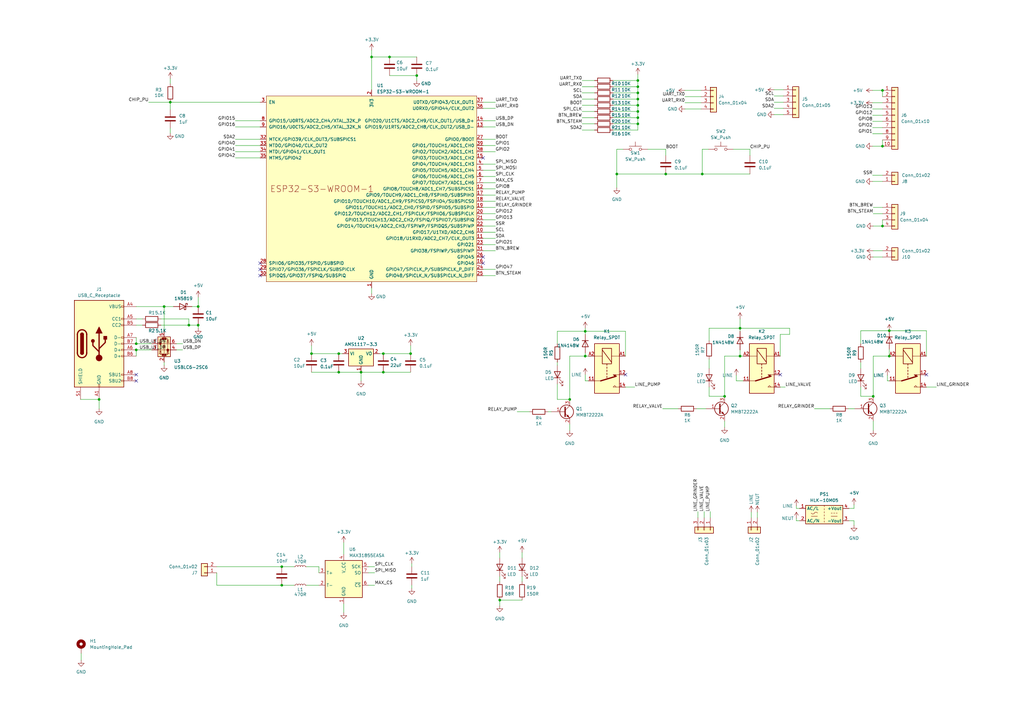
<source format=kicad_sch>
(kicad_sch (version 20231120) (generator "eeschema") (generator_version "8.0")
  (paper "A3")
  (title_block (title "GaggiMate Controller PCB") (date "2024-11-24") (rev "1.0"))
  (junction (at 361.95 92.71))
  (junction (at 261.62 50.8))
  (junction (at 303.53 134.62))
  (junction (at 157.226 152.654))
  (junction (at 273.05 71.374))
  (junction (at 261.62 35.56))
  (junction (at 67.31 125.73))
  (junction (at 261.62 45.72))
  (junction (at 361.95 59.944))
  (junction (at 115.57 240.03))
  (junction (at 168.402 145.034))
  (junction (at 364.744 135.636))
  (junction (at 297.18 162.56))
  (junction (at 261.62 38.1))
  (junction (at 303.53 146.05))
  (junction (at 358.14 162.56))
  (junction (at 252.984 71.374))
  (junction (at 361.95 37.084))
  (junction (at 261.62 48.26))
  (junction (at 55.88 140.97))
  (junction (at 152.4 23.368))
  (junction (at 157.226 145.034))
  (junction (at 69.85 41.91))
  (junction (at 204.978 246.126))
  (junction (at 261.62 33.02))
  (junction (at 159.766 23.368))
  (junction (at 138.938 152.654))
  (junction (at 115.57 232.41))
  (junction (at 148.082 152.654))
  (junction (at 288.036 71.374))
  (junction (at 170.942 30.988))
  (junction (at 81.28 125.73))
  (junction (at 127.762 145.034))
  (junction (at 77.47 133.35))
  (junction (at 240.03 146.05))
  (junction (at 55.88 143.51))
  (junction (at 261.62 43.18))
  (junction (at 138.938 145.034))
  (junction (at 233.68 163.83))
  (junction (at 364.744 146.05))
  (junction (at 240.03 135.89))
  (junction (at 261.62 40.64))
  (junction (at 81.28 133.35))
  (junction (at 40.64 163.83))
  (no_connect (at 198.12 64.77))
  (no_connect (at 106.68 113.03))
  (no_connect (at 379.984 153.67))
  (no_connect (at 55.88 156.21))
  (no_connect (at 256.54 153.67))
  (no_connect (at 198.12 107.95))
  (no_connect (at 198.12 105.41))
  (no_connect (at 55.88 153.67))
  (no_connect (at 106.68 110.49))
  (no_connect (at 320.04 153.67))
  (no_connect (at 106.68 107.95))
  (wire (pts (xy 261.62 48.26) (xy 261.62 45.72)))
  (wire (pts (xy 379.984 146.05) (xy 379.984 135.636)))
  (wire (pts (xy 96.52 62.23) (xy 106.68 62.23)))
  (wire (pts (xy 228.6 135.89) (xy 228.6 140.97)))
  (wire (pts (xy 358.14 146.05) (xy 364.744 146.05)))
  (wire (pts (xy 198.12 41.91) (xy 203.2 41.91)))
  (wire (pts (xy 361.95 57.404) (xy 361.95 59.944)))
  (wire (pts (xy 228.6 148.59) (xy 228.6 149.86)))
  (wire (pts (xy 320.04 137.16) (xy 320.04 146.05)))
  (wire (pts (xy 204.978 226.568) (xy 204.978 228.854)))
  (wire (pts (xy 273.05 63.754) (xy 273.05 61.214)))
  (wire (pts (xy 358.14 172.72) (xy 358.14 176.53)))
  (wire (pts (xy 198.12 113.03) (xy 203.2 113.03)))
  (wire (pts (xy 261.62 33.02) (xy 261.62 35.56)))
  (wire (pts (xy 240.03 134.62) (xy 240.03 135.89)))
  (wire (pts (xy 127.762 152.654) (xy 138.938 152.654)))
  (wire (pts (xy 353.06 140.97) (xy 353.06 135.636)))
  (wire (pts (xy 198.12 82.55) (xy 203.2 82.55)))
  (wire (pts (xy 261.62 50.8) (xy 261.62 48.26)))
  (wire (pts (xy 323.85 137.16) (xy 320.04 137.16)))
  (wire (pts (xy 317.5 46.99) (xy 321.31 46.99)))
  (wire (pts (xy 303.53 146.05) (xy 304.8 146.05)))
  (wire (pts (xy 151.13 234.95) (xy 153.67 234.95)))
  (wire (pts (xy 297.18 146.05) (xy 303.53 146.05)))
  (wire (pts (xy 363.982 156.21) (xy 364.744 156.21)))
  (wire (pts (xy 251.46 45.72) (xy 261.62 45.72)))
  (wire (pts (xy 198.12 49.53) (xy 203.2 49.53)))
  (wire (pts (xy 40.64 163.83) (xy 40.64 167.64)))
  (wire (pts (xy 157.226 145.034) (xy 168.402 145.034)))
  (wire (pts (xy 228.6 163.83) (xy 233.68 163.83)))
  (wire (pts (xy 130.81 232.41) (xy 130.81 234.95)))
  (wire (pts (xy 350.266 213.614) (xy 350.266 215.392)))
  (wire (pts (xy 198.12 62.23) (xy 203.2 62.23)))
  (wire (pts (xy 261.62 40.64) (xy 261.62 43.18)))
  (wire (pts (xy 69.85 52.578) (xy 69.85 54.61)))
  (wire (pts (xy 152.4 20.574) (xy 152.4 23.368)))
  (wire (pts (xy 288.798 209.804) (xy 288.798 212.344)))
  (wire (pts (xy 350.266 208.534) (xy 350.266 207.01)))
  (wire (pts (xy 261.62 45.72) (xy 261.62 43.18)))
  (wire (pts (xy 66.04 130.81) (xy 77.47 130.81)))
  (wire (pts (xy 96.52 59.69) (xy 106.68 59.69)))
  (wire (pts (xy 256.54 135.89) (xy 256.54 146.05)))
  (wire (pts (xy 240.03 153.67) (xy 240.03 156.21)))
  (wire (pts (xy 353.06 162.56) (xy 358.14 162.56)))
  (wire (pts (xy 198.12 95.25) (xy 203.2 95.25)))
  (wire (pts (xy 151.13 240.03) (xy 153.67 240.03)))
  (wire (pts (xy 168.402 145.034) (xy 168.402 141.732)))
  (wire (pts (xy 127.762 141.732) (xy 127.762 145.034)))
  (wire (pts (xy 233.68 163.83) (xy 233.68 146.05)))
  (wire (pts (xy 240.03 144.78) (xy 240.03 146.05)))
  (wire (pts (xy 69.85 32.258) (xy 69.85 34.29)))
  (wire (pts (xy 290.83 162.56) (xy 297.18 162.56)))
  (wire (pts (xy 348.234 208.534) (xy 350.266 208.534)))
  (wire (pts (xy 81.28 133.35) (xy 77.47 133.35)))
  (wire (pts (xy 303.53 134.62) (xy 323.85 134.62)))
  (wire (pts (xy 198.12 87.63) (xy 203.2 87.63)))
  (wire (pts (xy 81.28 125.73) (xy 81.28 121.92)))
  (wire (pts (xy 159.766 30.988) (xy 170.942 30.988)))
  (wire (pts (xy 140.97 247.65) (xy 140.97 251.206)))
  (wire (pts (xy 302.006 156.21) (xy 304.8 156.21)))
  (wire (pts (xy 310.642 210.058) (xy 310.642 212.344)))
  (wire (pts (xy 357.886 42.164) (xy 361.95 42.164)))
  (wire (pts (xy 357.886 54.864) (xy 361.95 54.864)))
  (wire (pts (xy 288.036 61.214) (xy 290.576 61.214)))
  (wire (pts (xy 291.338 209.804) (xy 291.338 212.344)))
  (wire (pts (xy 212.09 168.91) (xy 217.17 168.91)))
  (wire (pts (xy 364.744 143.256) (xy 364.744 146.05)))
  (wire (pts (xy 88.9 232.41) (xy 115.57 232.41)))
  (wire (pts (xy 96.52 64.77) (xy 106.68 64.77)))
  (wire (pts (xy 323.85 137.16) (xy 323.85 134.62)))
  (wire (pts (xy 280.924 42.164) (xy 287.528 42.164)))
  (wire (pts (xy 353.06 162.56) (xy 353.06 158.75)))
  (wire (pts (xy 288.036 61.214) (xy 288.036 71.374)))
  (wire (pts (xy 317.5 41.91) (xy 321.31 41.91)))
  (wire (pts (xy 353.06 148.59) (xy 353.06 151.13)))
  (wire (pts (xy 357.886 71.882) (xy 361.95 71.882)))
  (wire (pts (xy 358.14 162.56) (xy 358.14 146.05)))
  (wire (pts (xy 303.53 134.62) (xy 303.53 135.89)))
  (wire (pts (xy 357.886 44.704) (xy 361.95 44.704)))
  (wire (pts (xy 138.938 145.034) (xy 140.462 145.034)))
  (wire (pts (xy 361.95 37.084) (xy 361.95 39.624)))
  (wire (pts (xy 379.984 158.75) (xy 384.048 158.75)))
  (wire (pts (xy 288.036 71.374) (xy 273.05 71.374)))
  (wire (pts (xy 357.886 37.084) (xy 361.95 37.084)))
  (wire (pts (xy 152.4 118.11) (xy 152.4 120.396)))
  (wire (pts (xy 198.12 69.85) (xy 203.2 69.85)))
  (wire (pts (xy 240.03 135.89) (xy 256.54 135.89)))
  (wire (pts (xy 358.14 92.71) (xy 361.95 92.71)))
  (wire (pts (xy 198.12 80.01) (xy 203.2 80.01)))
  (wire (pts (xy 55.88 140.97) (xy 62.23 140.97)))
  (wire (pts (xy 198.12 97.79) (xy 203.2 97.79)))
  (wire (pts (xy 159.766 23.368) (xy 170.942 23.368)))
  (wire (pts (xy 361.95 90.17) (xy 361.95 92.71)))
  (wire (pts (xy 358.14 85.09) (xy 361.95 85.09)))
  (wire (pts (xy 170.942 33.02) (xy 170.942 30.988)))
  (wire (pts (xy 326.644 212.598) (xy 326.644 213.614)))
  (wire (pts (xy 168.91 240.03) (xy 168.91 241.3)))
  (wire (pts (xy 155.702 145.034) (xy 157.226 145.034)))
  (wire (pts (xy 256.54 158.75) (xy 260.35 158.75)))
  (wire (pts (xy 96.52 57.15) (xy 106.68 57.15)))
  (wire (pts (xy 233.68 173.99) (xy 233.68 176.53)))
  (wire (pts (xy 228.6 135.89) (xy 240.03 135.89)))
  (wire (pts (xy 280.924 37.084) (xy 287.528 37.084)))
  (wire (pts (xy 290.83 147.32) (xy 290.83 151.13)))
  (wire (pts (xy 198.12 52.07) (xy 203.2 52.07)))
  (wire (pts (xy 357.886 47.244) (xy 361.95 47.244)))
  (wire (pts (xy 60.96 41.91) (xy 69.85 41.91)))
  (wire (pts (xy 317.5 39.37) (xy 321.31 39.37)))
  (wire (pts (xy 251.46 50.8) (xy 261.62 50.8)))
  (wire (pts (xy 238.76 53.34) (xy 243.84 53.34)))
  (wire (pts (xy 198.12 57.15) (xy 203.2 57.15)))
  (wire (pts (xy 204.978 246.126) (xy 214.122 246.126)))
  (wire (pts (xy 67.31 125.73) (xy 67.31 135.89)))
  (wire (pts (xy 224.79 168.91) (xy 226.06 168.91)))
  (wire (pts (xy 69.85 41.91) (xy 69.85 44.958)))
  (wire (pts (xy 297.18 172.72) (xy 297.18 175.26)))
  (wire (pts (xy 72.39 140.97) (xy 74.93 140.97)))
  (wire (pts (xy 198.12 72.39) (xy 203.2 72.39)))
  (wire (pts (xy 307.594 71.374) (xy 288.036 71.374)))
  (wire (pts (xy 280.924 44.704) (xy 287.528 44.704)))
  (wire (pts (xy 290.83 158.75) (xy 290.83 162.56)))
  (wire (pts (xy 252.984 71.374) (xy 252.984 76.962)))
  (wire (pts (xy 240.03 135.89) (xy 240.03 137.16)))
  (wire (pts (xy 251.46 53.34) (xy 261.62 53.34)))
  (wire (pts (xy 238.76 40.64) (xy 243.84 40.64)))
  (wire (pts (xy 303.53 130.81) (xy 303.53 134.62)))
  (wire (pts (xy 347.98 167.64) (xy 350.52 167.64)))
  (wire (pts (xy 198.12 77.47) (xy 203.2 77.47)))
  (wire (pts (xy 251.46 35.56) (xy 261.62 35.56)))
  (wire (pts (xy 148.082 152.654) (xy 157.226 152.654)))
  (wire (pts (xy 198.12 44.45) (xy 203.2 44.45)))
  (wire (pts (xy 214.122 236.474) (xy 214.122 238.506)))
  (wire (pts (xy 198.12 102.87) (xy 203.2 102.87)))
  (wire (pts (xy 271.78 167.64) (xy 278.13 167.64)))
  (wire (pts (xy 168.91 231.14) (xy 168.91 232.41)))
  (wire (pts (xy 67.31 148.59) (xy 67.31 149.86)))
  (wire (pts (xy 55.88 143.51) (xy 55.88 146.05)))
  (wire (pts (xy 198.12 110.49) (xy 203.2 110.49)))
  (wire (pts (xy 357.886 59.944) (xy 361.95 59.944)))
  (wire (pts (xy 300.736 61.214) (xy 307.594 61.214)))
  (wire (pts (xy 357.886 49.784) (xy 361.95 49.784)))
  (wire (pts (xy 55.88 138.43) (xy 55.88 140.97)))
  (wire (pts (xy 358.14 87.63) (xy 361.95 87.63)))
  (wire (pts (xy 308.102 210.058) (xy 308.102 212.344)))
  (wire (pts (xy 228.6 157.48) (xy 228.6 163.83)))
  (wire (pts (xy 238.76 48.26) (xy 243.84 48.26)))
  (wire (pts (xy 363.982 153.924) (xy 363.982 156.21)))
  (wire (pts (xy 69.85 41.91) (xy 106.68 41.91)))
  (wire (pts (xy 320.04 158.75) (xy 322.072 158.75)))
  (wire (pts (xy 251.46 48.26) (xy 261.62 48.26)))
  (wire (pts (xy 198.12 67.31) (xy 203.2 67.31)))
  (wire (pts (xy 157.226 152.654) (xy 168.402 152.654)))
  (wire (pts (xy 317.5 44.45) (xy 321.31 44.45)))
  (wire (pts (xy 125.73 232.41) (xy 130.81 232.41)))
  (wire (pts (xy 66.04 133.35) (xy 77.47 133.35)))
  (wire (pts (xy 140.97 222.504) (xy 140.97 227.33)))
  (wire (pts (xy 77.47 130.81) (xy 77.47 133.35)))
  (wire (pts (xy 302.006 153.924) (xy 302.006 156.21)))
  (wire (pts (xy 238.76 33.02) (xy 243.84 33.02)))
  (wire (pts (xy 238.76 43.18) (xy 243.84 43.18)))
  (wire (pts (xy 55.88 143.51) (xy 62.23 143.51)))
  (wire (pts (xy 115.57 232.41) (xy 120.65 232.41)))
  (wire (pts (xy 138.938 152.654) (xy 148.082 152.654)))
  (wire (pts (xy 251.46 38.1) (xy 261.62 38.1)))
  (wire (pts (xy 67.31 125.73) (xy 71.12 125.73)))
  (wire (pts (xy 78.74 125.73) (xy 81.28 125.73)))
  (wire (pts (xy 334.01 167.64) (xy 340.36 167.64)))
  (wire (pts (xy 357.886 74.422) (xy 361.95 74.422)))
  (wire (pts (xy 55.88 125.73) (xy 67.31 125.73)))
  (wire (pts (xy 198.12 85.09) (xy 203.2 85.09)))
  (wire (pts (xy 204.978 236.474) (xy 204.978 238.506)))
  (wire (pts (xy 286.258 209.804) (xy 286.258 212.344)))
  (wire (pts (xy 115.57 240.03) (xy 120.65 240.03)))
  (wire (pts (xy 214.122 226.568) (xy 214.122 228.854)))
  (wire (pts (xy 238.76 50.8) (xy 243.84 50.8)))
  (wire (pts (xy 326.644 208.534) (xy 327.914 208.534)))
  (wire (pts (xy 152.4 23.368) (xy 159.766 23.368)))
  (wire (pts (xy 238.76 38.1) (xy 243.84 38.1)))
  (wire (pts (xy 33.274 267.97) (xy 33.274 270.764)))
  (wire (pts (xy 348.234 213.614) (xy 350.266 213.614)))
  (wire (pts (xy 88.9 234.95) (xy 88.9 240.03)))
  (wire (pts (xy 55.88 133.35) (xy 58.42 133.35)))
  (wire (pts (xy 379.984 135.636) (xy 364.744 135.636)))
  (wire (pts (xy 297.18 162.56) (xy 297.18 146.05)))
  (wire (pts (xy 125.73 240.03) (xy 130.81 240.03)))
  (wire (pts (xy 127.762 145.034) (xy 138.938 145.034)))
  (wire (pts (xy 303.53 143.51) (xy 303.53 146.05)))
  (wire (pts (xy 280.924 39.624) (xy 287.528 39.624)))
  (wire (pts (xy 252.984 61.214) (xy 255.524 61.214)))
  (wire (pts (xy 358.14 102.87) (xy 361.95 102.87)))
  (wire (pts (xy 55.88 130.81) (xy 58.42 130.81)))
  (wire (pts (xy 240.03 146.05) (xy 241.3 146.05)))
  (wire (pts (xy 261.62 30.48) (xy 261.62 33.02)))
  (wire (pts (xy 238.76 35.56) (xy 243.84 35.56)))
  (wire (pts (xy 198.12 90.17) (xy 203.2 90.17)))
  (wire (pts (xy 261.62 35.56) (xy 261.62 38.1)))
  (wire (pts (xy 285.75 167.64) (xy 289.56 167.64)))
  (wire (pts (xy 81.28 133.35) (xy 81.28 134.62)))
  (wire (pts (xy 251.46 40.64) (xy 261.62 40.64)))
  (wire (pts (xy 96.52 52.07) (xy 106.68 52.07)))
  (wire (pts (xy 357.886 52.324) (xy 361.95 52.324)))
  (wire (pts (xy 148.082 152.654) (xy 148.082 156.21)))
  (wire (pts (xy 238.76 45.72) (xy 243.84 45.72)))
  (wire (pts (xy 265.684 61.214) (xy 273.05 61.214)))
  (wire (pts (xy 88.9 240.03) (xy 115.57 240.03)))
  (wire (pts (xy 152.4 23.368) (xy 152.4 36.83)))
  (wire (pts (xy 33.02 163.83) (xy 40.64 163.83)))
  (wire (pts (xy 317.5 36.83) (xy 321.31 36.83)))
  (wire (pts (xy 273.05 71.374) (xy 252.984 71.374)))
  (wire (pts (xy 290.83 139.7) (xy 290.83 134.62)))
  (wire (pts (xy 151.13 232.41) (xy 153.67 232.41)))
  (wire (pts (xy 326.644 213.614) (xy 327.914 213.614)))
  (wire (pts (xy 251.46 43.18) (xy 261.62 43.18)))
  (wire (pts (xy 198.12 92.71) (xy 203.2 92.71)))
  (wire (pts (xy 252.984 61.214) (xy 252.984 71.374)))
  (wire (pts (xy 198.12 74.93) (xy 203.2 74.93)))
  (wire (pts (xy 198.12 100.33) (xy 203.2 100.33)))
  (wire (pts (xy 251.46 33.02) (xy 261.62 33.02)))
  (wire (pts (xy 326.644 207.518) (xy 326.644 208.534)))
  (wire (pts (xy 290.83 134.62) (xy 303.53 134.62)))
  (wire (pts (xy 204.978 246.126) (xy 204.978 248.412)))
  (wire (pts (xy 261.62 53.34) (xy 261.62 50.8)))
  (wire (pts (xy 358.14 105.41) (xy 361.95 105.41)))
  (wire (pts (xy 353.06 135.636) (xy 364.744 135.636)))
  (wire (pts (xy 307.594 63.754) (xy 307.594 61.214)))
  (wire (pts (xy 240.03 156.21) (xy 241.3 156.21)))
  (wire (pts (xy 261.62 38.1) (xy 261.62 40.64)))
  (wire (pts (xy 72.39 143.51) (xy 74.93 143.51)))
  (wire (pts (xy 233.68 146.05) (xy 240.03 146.05)))
  (wire (pts (xy 198.12 59.69) (xy 203.2 59.69)))
  (wire (pts (xy 96.52 49.53) (xy 106.68 49.53)))
  (label "RELAY_VALVE" (at 203.2 82.55 0))
  (label "GPIO16" (at 96.52 52.07 180))
  (label "GPIO2" (at 203.2 62.23 0))
  (label "SDA2" (at 96.52 57.15 180))
  (label "MAX_CS" (at 203.2 74.93 0))
  (label "GPIO2" (at 357.886 52.324 180))
  (label "SDA2" (at 317.5 44.45 180))
  (label "UART_RX0" (at 280.924 42.164 180))
  (label "GPIO13" (at 203.2 90.17 0))
  (label "SPI_CLK" (at 203.2 72.39 0))
  (label "SCL" (at 238.76 38.1 180))
  (label "RELAY_PUMP" (at 203.2 80.01 0))
  (label "BOOT" (at 203.2 57.15 0))
  (label "GPIO13" (at 357.886 44.704 180))
  (label "SPI_MISO" (at 153.67 234.95 0))
  (label "GPIO15" (at 96.52 49.53 180))
  (label "GPIO47" (at 203.2 110.49 0))
  (label "RELAY_GRINDER" (at 334.01 167.64 180))
  (label "GPIO1" (at 357.886 54.864 180))
  (label "SDA" (at 238.76 40.64 180))
  (label "LINE_GRINDER" (at 384.048 158.75 0))
  (label "SSR" (at 357.886 71.882 180))
  (label "BTN_STEAM" (at 358.14 87.63 180))
  (label "CHIP_PU" (at 60.96 41.91 180))
  (label "USB_DP" (at 74.93 143.51 0))
  (label "SPI_CLK" (at 238.76 45.72 180))
  (label "LINE_PUMP" (at 291.338 209.804 90))
  (label "SCL" (at 203.2 95.25 0))
  (label "USB_DP" (at 203.2 49.53 0))
  (label "GPIO1" (at 203.2 59.69 0))
  (label "SDA2" (at 238.76 53.34 180))
  (label "BOOT" (at 273.05 61.214 0))
  (label "BOOT" (at 238.76 43.18 180))
  (label "MAX_CS" (at 153.67 240.03 0))
  (label "SPI_MOSI" (at 203.2 69.85 0))
  (label "GPIO12" (at 357.886 47.244 180))
  (label "LINE_VALVE" (at 322.072 158.75 0))
  (label "SPI_CLK" (at 153.67 232.41 0))
  (label "RELAY_VALVE" (at 271.78 167.64 180))
  (label "BTN_STEAM" (at 238.76 50.8 180))
  (label "RELAY_GRINDER" (at 203.2 85.09 0))
  (label "CHIP_PU" (at 307.594 61.214 0))
  (label "GPIO21" (at 203.2 100.33 0))
  (label "LINE_GRINDER" (at 286.258 209.804 90))
  (label "USB_UF_DN" (at 57.15 140.97 0))
  (label "RELAY_PUMP" (at 212.09 168.91 180))
  (label "LINE_PUMP" (at 260.35 158.75 0))
  (label "SPI_MISO" (at 203.2 67.31 0))
  (label "SSR" (at 203.2 92.71 0))
  (label "UART_TX0" (at 238.76 33.02 180))
  (label "GPIO8" (at 203.2 77.47 0))
  (label "GPIO8" (at 357.886 49.784 180))
  (label "USB_DN" (at 74.93 140.97 0))
  (label "UART_TX0" (at 280.924 39.624 180))
  (label "GPIO41" (at 96.52 62.23 180))
  (label "BTN_BREW" (at 203.2 102.87 0))
  (label "SDA" (at 317.5 41.91 180))
  (label "USB_DN" (at 203.2 52.07 0))
  (label "SCL" (at 317.5 39.37 180))
  (label "USB_UF_DP" (at 57.15 143.51 0))
  (label "GPIO12" (at 203.2 87.63 0))
  (label "SDA" (at 203.2 97.79 0))
  (label "GPIO40" (at 96.52 59.69 180))
  (label "BTN_STEAM" (at 203.2 113.03 0))
  (label "GPIO42" (at 96.52 64.77 180))
  (label "BTN_BREW" (at 238.76 48.26 180))
  (label "UART_RX0" (at 238.76 35.56 180))
  (label "UART_RX0" (at 203.2 44.45 0))
  (label "BTN_BREW" (at 358.14 85.09 180))
  (label "LINE_VALVE" (at 288.798 209.804 90))
  (label "UART_TX0" (at 203.2 41.91 0))
  (symbol (lib_id "Connector_Generic:Conn_01x03") (at 288.798 217.424 270) (unit 1)
    (property "Reference" "J3" (at 287.274 220.218 0) (effects (justify left)))
    (property "Value" "Conn_01x03" (at 289.814 220.218 0) (effects (justify left)))
    (property "Footprint" "TerminalBlock:TerminalBlock_bornier-3_P5.08mm" (effects (hide yes)))
    (property "LCSC" "C409163" (effects (hide yes)))
  )
  (symbol (lib_id "power:GND") (at 152.4 120.396 0) (unit 1)
    (property "Reference" "#PWR027" (effects (hide yes)))
    (property "Value" "GND" (at 156.21 121.666 0))
  )
  (symbol (lib_id "Device:L_Small") (at 123.19 240.03 90) (unit 1)
    (property "Reference" "L1" (at 123.19 241.808 90))
    (property "Value" "470R" (at 123.19 243.84 90))
    (property "Footprint" "Inductor_SMD:L_0603_1608Metric" (effects (hide yes)))
    (property "LCSC" "C413961" (effects (hide yes)))
  )
  (symbol (lib_id "power:+3.3V") (at 69.85 32.258 0) (unit 1)
    (property "Reference" "#PWR010" (effects (hide yes)))
    (property "Value" "+3.3V" (at 69.85 27.94 0))
  )
  (symbol (lib_id "power:NEUT") (at 326.644 212.598 0) (unit 1)
    (property "Reference" "#PWR015" (effects (hide yes)))
    (property "Value" "NEUT" (at 323.088 212.598 0))
  )
  (symbol (lib_id "Device:LED") (at 228.6 153.67 90) (unit 1)
    (property "Reference" "D5" (at 223.52 152.654 90) (effects (justify right)))
    (property "Value" "LED" (at 223.52 155.194 90) (effects (justify right)))
    (property "Footprint" "LED_SMD:LED_0805_2012Metric" (effects (hide yes)))
    (property "LCSC" "C84256" (effects (hide yes)))
  )
  (symbol (lib_id "Sensor_Temperature:MAX31855EASA") (at 140.97 237.49 0) (unit 1)
    (property "Reference" "U6" (at 143.1641 225.298 0) (effects (justify left)))
    (property "Value" "MAX31855EASA" (at 143.1641 227.838 0) (effects (justify left)))
    (property "Footprint" "Package_SO:SOIC-8_3.9x4.9mm_P1.27mm" (effects (hide yes)))
    (property "Datasheet" "http://datasheets.maximintegrated.com/en/ds/MAX31855.pdf" (effects (hide yes)))
    (property "LCSC" "C52028" (effects (hide yes)))
  )
  (symbol (lib_id "power:GND") (at 170.942 33.02 0) (unit 1)
    (property "Reference" "#PWR08" (effects (hide yes)))
    (property "Value" "GND" (at 174.752 34.29 0))
  )
  (symbol (lib_id "power:GND") (at 69.85 54.61 0) (unit 1)
    (property "Reference" "#PWR011" (effects (hide yes)))
    (property "Value" "GND" (at 73.66 55.88 0))
  )
  (symbol (lib_id "power:+5V") (at 317.5 36.83 90) (unit 1)
    (property "Reference" "#PWR031" (effects (hide yes)))
    (property "Value" "+5V" (at 313.436 36.83 90) (effects (justify left)))
  )
  (symbol (lib_id "Device:C") (at 168.91 236.22 0) (unit 1)
    (property "Reference" "C11" (at 172.466 234.95 0) (effects (justify left)))
    (property "Value" "1uF" (at 172.466 237.49 0) (effects (justify left)))
    (property "Footprint" "Capacitor_SMD:C_0805_2012Metric" (effects (hide yes)))
    (property "LCSC" "C28323" (effects (hide yes)))
  )
  (symbol (lib_id "Switch:SW_Push") (at 260.604 61.214 0) (unit 1)
    (property "Reference" "SW1" (at 260.604 62.738 0))
    (property "Value" "SW_Push" (at 260.604 65.278 0))
    (property "Footprint" "Button_Switch_SMD:SW_SPST_SKQG_WithStem" (effects (hide yes)))
    (property "LCSC" "C116647" (effects (hide yes)))
  )
  (symbol (lib_id "power:+5V") (at 81.28 121.92 0) (unit 1)
    (property "Reference" "#PWR02" (effects (hide yes)))
    (property "Value" "+5V" (at 81.28 117.094 0))
  )
  (symbol (lib_id "Device:R") (at 353.06 144.78 180) (unit 1)
    (property "Reference" "R9" (at 350.52 144.78 90))
    (property "Value" "150R" (at 348.234 144.78 90))
    (property "Footprint" "Resistor_SMD:R_0805_2012Metric" (effects (hide yes)))
    (property "LCSC" "C17471" (effects (hide yes)))
  )
  (symbol (lib_id "PCM_Espressif:ESP32-S3-WROOM-1") (at 152.4 77.47 0) (unit 1)
    (property "Reference" "U1" (at 154.5941 35.052 0) (effects (justify left)))
    (property "Value" "ESP32-S3-WROOM-1" (at 154.5941 37.592 0) (effects (justify left)))
    (property "Footprint" "PCM_Espressif:ESP32-S3-WROOM-1" (effects (hide yes)))
    (property "Datasheet" "https://www.espressif.com/sites/default/files/documentation/esp32-s3-wroom-1_wroom-1u_datasheet_en.pdf" (effects (hide yes)))
    (property "LCSC" "C2913201" (effects (hide yes)))
  )
  (symbol (lib_id "Device:R") (at 247.65 38.1 270) (unit 1)
    (property "Reference" "R12" (at 252.73 39.37 90))
    (property "Value" "10K" (at 256.794 39.37 90))
    (property "Footprint" "Resistor_SMD:R_0805_2012Metric" (effects (hide yes)))
    (property "LCSC" "C17414" (effects (hide yes)))
  )
  (symbol (lib_id "Device:R") (at 247.65 53.34 270) (unit 1)
    (property "Reference" "R16" (at 252.73 54.864 90))
    (property "Value" "10K" (at 256.794 54.864 90))
    (property "Footprint" "Resistor_SMD:R_0805_2012Metric" (effects (hide yes)))
    (property "LCSC" "C17414" (effects (hide yes)))
  )
  (symbol (lib_id "Connector_Generic:Conn_01x10") (at 367.03 47.244 0) (unit 1)
    (property "Reference" "J6" (at 369.57 47.244 0) (effects (justify left)))
    (property "Value" "Conn_01x10" (at 369.57 49.784 0) (effects (justify left)))
    (property "Footprint" "Connector_PinHeader_2.54mm:PinHeader_1x10_P2.54mm_Vertical" (effects (hide yes)))
    (property "LCSC" "C5383117" (effects (hide yes)))
  )
  (symbol (lib_id "Connector_Generic:Conn_01x02") (at 367.03 74.422 0) (mirror x) (unit 1)
    (property "Reference" "J8" (at 369.824 74.422 0) (effects (justify left)))
    (property "Value" "Conn_01x02" (at 369.824 71.882 0) (effects (justify left)))
    (property "Footprint" "Connector_JST:JST_XH_B2B-XH-A_1x02_P2.50mm_Vertical" (effects (hide yes)))
    (property "LCSC" "C158012" (effects (hide yes)))
  )
  (symbol (lib_id "Device:R") (at 290.83 143.51 180) (unit 1)
    (property "Reference" "R7" (at 288.29 143.51 90))
    (property "Value" "150R" (at 286.004 143.51 90))
    (property "Footprint" "Resistor_SMD:R_0805_2012Metric" (effects (hide yes)))
    (property "LCSC" "C17471" (effects (hide yes)))
  )
  (symbol (lib_id "Device:D") (at 240.03 140.97 270) (unit 1)
    (property "Reference" "D6" (at 234.95 139.192 90) (effects (justify left)))
    (property "Value" "1N4148W" (at 228.6 141.732 90) (effects (justify left)))
    (property "Footprint" "Diode_SMD:D_SOD-123" (effects (hide yes)))
    (property "Sim.Device" "D" (effects (hide yes)))
    (property "Sim.Pins" "1=K 2=A" (effects (hide yes)))
    (property "LCSC" "C81598" (effects (hide yes)))
  )
  (symbol (lib_id "power:GND") (at 280.924 44.704 270) (unit 1)
    (property "Reference" "#PWR029" (effects (hide yes)))
    (property "Value" "GND" (at 275.844 44.704 90))
  )
  (symbol (lib_id "Device:R") (at 62.23 130.81 270) (unit 1)
    (property "Reference" "R1" (at 62.23 128.27 90))
    (property "Value" "5.1K" (at 65.786 128.27 90))
    (property "Footprint" "Resistor_SMD:R_0805_2012Metric" (effects (hide yes)))
    (property "LCSC" "C27834" (effects (hide yes)))
  )
  (symbol (lib_id "power:+5V") (at 280.924 37.084 90) (unit 1)
    (property "Reference" "#PWR030" (effects (hide yes)))
    (property "Value" "+5V" (at 276.86 37.084 90) (effects (justify left)))
  )
  (symbol (lib_id "Device:R") (at 247.65 40.64 270) (unit 1)
    (property "Reference" "R13" (at 252.73 42.164 90))
    (property "Value" "10K" (at 256.794 42.164 90))
    (property "Footprint" "Resistor_SMD:R_0805_2012Metric" (effects (hide yes)))
    (property "LCSC" "C17414" (effects (hide yes)))
  )
  (symbol (lib_id "power:GND") (at 358.14 105.41 270) (unit 1)
    (property "Reference" "#PWR049" (effects (hide yes)))
    (property "Value" "GND" (at 353.06 105.41 90))
  )
  (symbol (lib_id "power:GND") (at 317.5 46.99 270) (unit 1)
    (property "Reference" "#PWR032" (effects (hide yes)))
    (property "Value" "GND" (at 312.42 46.99 90))
  )
  (symbol (lib_id "Device:C") (at 115.57 236.22 0) (unit 1)
    (property "Reference" "C14" (at 113.284 227.584 0) (effects (justify left)))
    (property "Value" "10nF" (at 113.284 230.124 0) (effects (justify left)))
    (property "Footprint" "Capacitor_SMD:C_0805_2012Metric" (effects (hide yes)))
    (property "LCSC" "C1710" (effects (hide yes)))
  )
  (symbol (lib_id "Device:C") (at 138.938 148.844 0) (unit 1)
    (property "Reference" "C3" (at 131.318 147.828 0) (effects (justify left)))
    (property "Value" "0.1uF" (at 131.318 150.368 0) (effects (justify left)))
    (property "Footprint" "Capacitor_SMD:C_0805_2012Metric" (effects (hide yes)))
    (property "LCSC" "C49678" (effects (hide yes)))
  )
  (symbol (lib_id "Device:R") (at 204.978 242.316 0) (unit 1)
    (property "Reference" "R18" (at 207.01 241.046 0) (effects (justify left)))
    (property "Value" "68R" (at 207.01 243.586 0) (effects (justify left)))
    (property "Footprint" "Resistor_SMD:R_0805_2012Metric" (effects (hide yes)))
    (property "LCSC" "C17802" (effects (hide yes)))
  )
  (symbol (lib_id "Diode:1N5819") (at 74.93 125.73 0) (mirror y) (unit 1)
    (property "Reference" "D1" (at 75.2475 119.888 0))
    (property "Value" "1N5819" (at 75.2475 122.428 0))
    (property "Footprint" "Diode_SMD:D_SOD-123" (effects (hide yes)))
    (property "Datasheet" "http://www.vishay.com/docs/88525/1n5817.pdf" (effects (hide yes)))
    (property "LCSC" "C2891704" (effects (hide yes)))
  )
  (symbol (lib_id "Device:R") (at 214.122 242.316 0) (unit 1)
    (property "Reference" "R19" (at 215.9 241.046 0) (effects (justify left)))
    (property "Value" "150R" (at 215.9 243.586 0) (effects (justify left)))
    (property "Footprint" "Resistor_SMD:R_0805_2012Metric" (effects (hide yes)))
    (property "LCSC" "C17471" (effects (hide yes)))
  )
  (symbol (lib_id "Regulator_Linear:AMS1117-3.3") (at 148.082 145.034 0) (unit 1)
    (property "Reference" "U2" (at 148.082 138.684 0))
    (property "Value" "AMS1117-3.3" (at 148.082 141.224 0))
    (property "Footprint" "Package_TO_SOT_SMD:SOT-223-3_TabPin2" (effects (hide yes)))
    (property "Datasheet" "http://www.advanced-monolithic.com/pdf/ds1117.pdf" (effects (hide yes)))
    (property "LCSC" "C6186" (effects (hide yes)))
  )
  (symbol (lib_id "Device:R") (at 247.65 50.8 270) (unit 1)
    (property "Reference" "R21" (at 252.73 52.324 90))
    (property "Value" "10K" (at 256.794 52.324 90))
    (property "Footprint" "Resistor_SMD:R_0805_2012Metric" (effects (hide yes)))
    (property "LCSC" "C17414" (effects (hide yes)))
  )
  (symbol (lib_id "Connector_Generic:Conn_01x02") (at 308.102 217.424 90) (mirror x) (unit 1)
    (property "Reference" "J2" (at 308.102 220.218 0) (effects (justify left)))
    (property "Value" "Conn_01x02" (at 310.642 220.218 0) (effects (justify left)))
    (property "Footprint" "TerminalBlock:TerminalBlock_bornier-2_P5.08mm" (effects (hide yes)))
    (property "LCSC" "C409161" (effects (hide yes)))
  )
  (symbol (lib_id "power:LINE") (at 326.644 207.518 0) (unit 1)
    (property "Reference" "#PWR014" (effects (hide yes)))
    (property "Value" "LINE" (at 323.088 207.518 0))
  )
  (symbol (lib_id "power:GND") (at 140.97 251.206 0) (unit 1)
    (property "Reference" "#PWR039" (effects (hide yes)))
    (property "Value" "GND" (at 140.97 256.54 0))
  )
  (symbol (lib_id "Transistor_BJT:MMBT2222A") (at 231.14 168.91 0) (unit 1)
    (property "Reference" "Q1" (at 236.22 167.6399 0) (effects (justify left)))
    (property "Value" "MMBT2222A" (at 236.22 170.1799 0) (effects (justify left)))
    (property "Footprint" "Package_TO_SOT_SMD:SOT-23" (effects (hide yes)))
    (property "Datasheet" "https://assets.nexperia.com/documents/data-sheet/MMBT2222A.pdf" (effects (hide yes)))
    (property "Description" "600mA Ic, 40V Vce, NPN Transistor, SOT-23" (effects (hide yes)))
    (property "LCSC" "C916372" (effects (hide yes)))
  )
  (symbol (lib_id "Device:C") (at 157.226 148.844 0) (unit 1)
    (property "Reference" "C4" (at 160.02 147.32 0) (effects (justify left)))
    (property "Value" "22uF" (at 160.02 149.86 0) (effects (justify left)))
    (property "Footprint" "Capacitor_SMD:C_0805_2012Metric" (effects (hide yes)))
    (property "LCSC" "C45783" (effects (hide yes)))
  )
  (symbol (lib_id "power:+3.3V") (at 261.62 30.48 0) (unit 1)
    (property "Reference" "#PWR036" (effects (hide yes)))
    (property "Value" "+3.3V" (at 261.62 26.162 0))
  )
  (symbol (lib_id "Device:C") (at 69.85 48.768 0) (unit 1)
    (property "Reference" "C8" (at 73.406 47.498 0) (effects (justify left)))
    (property "Value" "1uF" (at 73.406 50.038 0) (effects (justify left)))
    (property "Footprint" "Capacitor_SMD:C_0805_2012Metric" (effects (hide yes)))
    (property "LCSC" "C28323" (effects (hide yes)))
  )
  (symbol (lib_id "Relay:Relay_SPDT") (at 372.364 151.13 270) (unit 1)
    (property "Reference" "K3" (at 372.364 135.89 90))
    (property "Value" "Relay_SPDT" (at 372.364 138.43 90))
    (property "Footprint" "Relay_THT:Relay_SPDT_Finder_36.11" (effects (hide yes)))
    (property "LCSC" "C35449" (effects (hide yes)))
  )
  (symbol (lib_id "power:+3.3V") (at 358.14 102.87 90) (unit 1)
    (property "Reference" "#PWR048" (effects (hide yes)))
    (property "Value" "+3.3V" (at 354.584 102.87 90) (effects (justify left)))
  )
  (symbol (lib_id "power:GND") (at 33.274 270.764 0) (unit 1)
    (property "Reference" "#PWR028" (effects (hide yes)))
    (property "Value" "GND" (at 33.274 275.59 0))
  )
  (symbol (lib_id "Switch:SW_Push") (at 295.656 61.214 0) (unit 1)
    (property "Reference" "SW2" (at 295.656 53.848 0))
    (property "Value" "SW_Push" (at 295.656 56.388 0))
    (property "Footprint" "Button_Switch_SMD:SW_SPST_SKQG_WithStem" (effects (hide yes)))
    (property "LCSC" "C116647" (effects (hide yes)))
  )
  (symbol (lib_id "Device:D") (at 303.53 139.7 270) (unit 1)
    (property "Reference" "D8" (at 298.45 137.922 90) (effects (justify left)))
    (property "Value" "1N4148W" (at 292.1 140.462 90) (effects (justify left)))
    (property "Footprint" "Diode_SMD:D_SOD-123" (effects (hide yes)))
    (property "Sim.Device" "D" (effects (hide yes)))
    (property "Sim.Pins" "1=K 2=A" (effects (hide yes)))
    (property "LCSC" "C81598" (effects (hide yes)))
  )
  (symbol (lib_id "power:+3.3V") (at 204.978 226.568 0) (unit 1)
    (property "Reference" "#PWR045" (effects (hide yes)))
    (property "Value" "+3.3V" (at 204.978 222.25 0))
  )
  (symbol (lib_id "Device:R") (at 247.65 43.18 270) (unit 1)
    (property "Reference" "R14" (at 252.73 44.704 90))
    (property "Value" "10K" (at 256.794 44.704 90))
    (property "Footprint" "Resistor_SMD:R_0805_2012Metric" (effects (hide yes)))
    (property "LCSC" "C17414" (effects (hide yes)))
  )
  (symbol (lib_id "Device:C") (at 168.402 148.844 0) (unit 1)
    (property "Reference" "C5" (at 171.958 147.574 0) (effects (justify left)))
    (property "Value" "0.1uF" (at 171.958 150.114 0) (effects (justify left)))
    (property "Footprint" "Capacitor_SMD:C_0805_2012Metric" (effects (hide yes)))
    (property "LCSC" "C49678" (effects (hide yes)))
  )
  (symbol (lib_id "power:GND") (at 148.082 156.21 0) (unit 1)
    (property "Reference" "#PWR07" (effects (hide yes)))
    (property "Value" "GND" (at 148.082 161.544 0))
  )
  (symbol (lib_id "Device:R") (at 220.98 168.91 270) (unit 1)
    (property "Reference" "R4" (at 220.98 171.45 90))
    (property "Value" "1K" (at 220.98 173.736 90))
    (property "Footprint" "Resistor_SMD:R_0805_2012Metric" (effects (hide yes)))
    (property "LCSC" "C17513" (effects (hide yes)))
  )
  (symbol (lib_id "Connector:USB_C_Receptacle_USB2.0") (at 40.64 140.97 0) (unit 1)
    (property "Reference" "J1" (at 40.64 118.618 0))
    (property "Value" "USB_C_Receptacle" (at 40.64 121.158 0))
    (property "Footprint" "Connector_USB:USB_C_Receptacle_HRO_TYPE-C-31-M-12" (effects (hide yes)))
    (property "Datasheet" "https://www.usb.org/sites/default/files/documents/usb_type-c.zip" (effects (hide yes)))
    (property "LCSC" "C165948" (effects (hide yes)))
  )
  (symbol (lib_id "Relay:Relay_SPDT") (at 312.42 151.13 270) (unit 1)
    (property "Reference" "K2" (at 312.42 135.89 90))
    (property "Value" "Relay_SPDT" (at 312.42 138.43 90))
    (property "Footprint" "Relay_THT:Relay_SPDT_Finder_36.11" (effects (hide yes)))
    (property "LCSC" "C35449" (effects (hide yes)))
  )
  (symbol (lib_id "power:LINE") (at 302.006 153.924 0) (unit 1)
    (property "Reference" "#PWR022" (effects (hide yes)))
    (property "Value" "LINE" (at 298.45 153.924 0))
  )
  (symbol (lib_id "Device:R") (at 281.94 167.64 270) (unit 1)
    (property "Reference" "R6" (at 281.94 170.18 90))
    (property "Value" "1K" (at 281.94 172.466 90))
    (property "Footprint" "Resistor_SMD:R_0805_2012Metric" (effects (hide yes)))
    (property "LCSC" "C17513" (effects (hide yes)))
  )
  (symbol (lib_id "Device:R") (at 69.85 38.1 0) (unit 1)
    (property "Reference" "R3" (at 65.024 36.83 0))
    (property "Value" "10K" (at 65.278 39.116 0))
    (property "Footprint" "Resistor_SMD:R_0805_2012Metric" (effects (hide yes)))
    (property "LCSC" "C17414" (effects (hide yes)))
  )
  (symbol (lib_id "power:GND") (at 357.886 59.944 270) (unit 1)
    (property "Reference" "#PWR034" (effects (hide yes)))
    (property "Value" "GND" (at 352.806 59.944 90))
  )
  (symbol (lib_id "Device:L_Small") (at 123.19 232.41 90) (unit 1)
    (property "Reference" "L2" (at 123.19 228.346 90))
    (property "Value" "470R" (at 123.19 230.378 90))
    (property "Footprint" "Inductor_SMD:L_0603_1608Metric" (effects (hide yes)))
    (property "LCSC" "C413961" (effects (hide yes)))
  )
  (symbol (lib_id "Device:R") (at 228.6 144.78 180) (unit 1)
    (property "Reference" "R5" (at 226.06 144.78 90))
    (property "Value" "150R" (at 223.774 144.78 90))
    (property "Footprint" "Resistor_SMD:R_0805_2012Metric" (effects (hide yes)))
    (property "LCSC" "C17471" (effects (hide yes)))
  )
  (symbol (lib_id "Device:C") (at 81.28 129.54 0) (unit 1)
    (property "Reference" "C1" (at 84.328 128.27 0) (effects (justify left)))
    (property "Value" "10uF" (at 84.328 130.81 0) (effects (justify left)))
    (property "Footprint" "Capacitor_SMD:C_0805_2012Metric" (effects (hide yes)))
    (property "LCSC" "C15850" (effects (hide yes)))
  )
  (symbol (lib_id "power:LINE") (at 240.03 153.67 0) (unit 1)
    (property "Reference" "#PWR018" (effects (hide yes)))
    (property "Value" "LINE" (at 236.474 153.67 0))
  )
  (symbol (lib_id "Device:R") (at 247.65 33.02 270) (unit 1)
    (property "Reference" "R10" (at 252.73 34.29 90))
    (property "Value" "10K" (at 256.794 34.29 90))
    (property "Footprint" "Resistor_SMD:R_0805_2012Metric" (effects (hide yes)))
    (property "LCSC" "C17414" (effects (hide yes)))
  )
  (symbol (lib_id "power:+5V") (at 350.266 207.01 0) (unit 1)
    (property "Reference" "#PWR016" (effects (hide yes)))
    (property "Value" "+5V" (at 350.266 202.184 0))
  )
  (symbol (lib_id "Device:LED") (at 214.122 232.664 90) (unit 1)
    (property "Reference" "D12" (at 217.17 232.9815 90) (effects (justify right)))
    (property "Value" "LED" (at 217.17 235.5215 90) (effects (justify right)))
    (property "Footprint" "LED_SMD:LED_0805_2012Metric" (effects (hide yes)))
    (property "LCSC" "C84256" (effects (hide yes)))
  )
  (symbol (lib_id "Device:C") (at 273.05 67.564 0) (unit 1)
    (property "Reference" "C9" (at 276.606 66.294 0) (effects (justify left)))
    (property "Value" "0.1uF" (at 276.606 68.834 0) (effects (justify left)))
    (property "Footprint" "Capacitor_SMD:C_0805_2012Metric" (effects (hide yes)))
    (property "LCSC" "C49678" (effects (hide yes)))
  )
  (symbol (lib_id "power:+5V") (at 240.03 134.62 0) (unit 1)
    (property "Reference" "#PWR020" (effects (hide yes)))
    (property "Value" "+5V" (at 240.03 129.794 0))
  )
  (symbol (lib_id "Device:C") (at 127.762 148.844 0) (unit 1)
    (property "Reference" "C2" (at 120.396 147.574 0) (effects (justify left)))
    (property "Value" "10uF" (at 120.396 150.114 0) (effects (justify left)))
    (property "Footprint" "Capacitor_SMD:C_0805_2012Metric" (effects (hide yes)))
    (property "LCSC" "C15850" (effects (hide yes)))
  )
  (symbol (lib_id "power:+3.3V") (at 168.402 141.732 0) (unit 1)
    (property "Reference" "#PWR06" (effects (hide yes)))
    (property "Value" "+3.3V" (at 168.402 137.414 0))
  )
  (symbol (lib_id "power:GND") (at 204.978 248.412 0) (unit 1)
    (property "Reference" "#PWR044" (effects (hide yes)))
    (property "Value" "GND" (at 204.978 253.746 0))
  )
  (symbol (lib_id "power:LINE") (at 363.982 153.924 0) (unit 1)
    (property "Reference" "#PWR025" (effects (hide yes)))
    (property "Value" "LINE" (at 360.426 153.924 0))
  )
  (symbol (lib_id "power:GND") (at 297.18 175.26 0) (unit 1)
    (property "Reference" "#PWR021" (effects (hide yes)))
    (property "Value" "GND" (at 297.18 180.594 0))
  )
  (symbol (lib_id "Converter_ACDC:HLK-10M05") (at 338.074 211.074 0) (unit 1)
    (property "Reference" "PS1" (at 338.074 202.692 0))
    (property "Value" "HLK-10M05" (at 338.074 205.232 0))
    (property "Footprint" "Converter_ACDC:Converter_ACDC_HiLink_HLK-10Mxx" (effects (hide yes)))
    (property "Datasheet" "http://h.hlktech.com/download/ACDC%E7%94%B5%E6%BA%90%E6%A8%A1%E5%9D%9710W%E7%B3%BB%E5%88%97/1/%E6%B5%B7%E5%87%8C%E7%A7%9110W%E7%B3%BB%E5%88%97%E7%94%B5%E6%BA%90%E6%A8%A1%E5%9D%97%E8%A7%84%E6%A0%BC%E4%B9%A6V1.8.pdf" (effects (hide yes)))
    (property "LCSC" "C403745" (effects (hide yes)))
  )
  (symbol (lib_id "power:GND") (at 81.28 134.62 0) (unit 1)
    (property "Reference" "#PWR01" (effects (hide yes)))
    (property "Value" "GND" (at 81.28 138.176 0))
  )
  (symbol (lib_id "power:+5V") (at 364.744 135.636 0) (unit 1)
    (property "Reference" "#PWR026" (effects (hide yes)))
    (property "Value" "+5V" (at 364.744 130.81 0))
  )
  (symbol (lib_id "power:+3.3V") (at 357.886 42.164 90) (unit 1)
    (property "Reference" "#PWR035" (effects (hide yes)))
    (property "Value" "+3.3V" (at 354.33 42.164 90) (effects (justify left)))
  )
  (symbol (lib_id "Transistor_BJT:MMBT2222A") (at 355.6 167.64 0) (unit 1)
    (property "Reference" "Q3" (at 360.68 166.3699 0) (effects (justify left)))
    (property "Value" "MMBT2222A" (at 360.68 168.9099 0) (effects (justify left)))
    (property "Footprint" "Package_TO_SOT_SMD:SOT-23" (effects (hide yes)))
    (property "Datasheet" "https://assets.nexperia.com/documents/data-sheet/MMBT2222A.pdf" (effects (hide yes)))
    (property "Description" "600mA Ic, 40V Vce, NPN Transistor, SOT-23" (effects (hide yes)))
    (property "LCSC" "C916372" (effects (hide yes)))
  )
  (symbol (lib_id "Connector_Generic:Conn_01x05") (at 326.39 41.91 0) (unit 1)
    (property "Reference" "J5" (at 328.93 40.6399 0) (effects (justify left)))
    (property "Value" "Conn_01x05" (at 328.93 43.1799 0) (effects (justify left)))
    (property "Footprint" "Connector_JST:JST_XH_B5B-XH-A_1x05_P2.50mm_Vertical" (effects (hide yes)))
    (property "Description" "Generic connector, single row, 01x05, script generated (kicad-library-utils/schlib/autogen/connector/)" (effects (hide yes)))
  )
  (symbol (lib_id "Connector_Generic:Conn_01x02") (at 367.03 105.41 0) (mirror x) (unit 1)
    (property "Reference" "J10" (at 369.824 105.41 0) (effects (justify left)))
    (property "Value" "Conn_01x02" (at 369.824 102.87 0) (effects (justify left)))
    (property "Footprint" "Connector_JST:JST_XH_B2B-XH-A_1x02_P2.50mm_Vertical" (effects (hide yes)))
    (property "LCSC" "C158012" (effects (hide yes)))
  )
  (symbol (lib_id "power:GND") (at 40.64 167.64 0) (unit 1)
    (property "Reference" "#PWR03" (effects (hide yes)))
    (property "Value" "GND" (at 40.64 172.974 0))
  )
  (symbol (lib_id "power:GND") (at 350.266 215.392 0) (unit 1)
    (property "Reference" "#PWR017" (effects (hide yes)))
    (property "Value" "GND" (at 350.266 220.726 0))
  )
  (symbol (lib_id "Power_Protection:USBLC6-2SC6") (at 67.31 140.97 0) (unit 1)
    (property "Reference" "U3" (at 71.374 148.082 0) (effects (justify left)))
    (property "Value" "USBLC6-2SC6" (at 71.374 150.622 0) (effects (justify left)))
    (property "Footprint" "Package_TO_SOT_SMD:SOT-23-6" (effects (hide yes)))
    (property "Datasheet" "https://www.st.com/resource/en/datasheet/usblc6-2.pdf" (effects (hide yes)))
    (property "Description" "Very low capacitance ESD protection diode, 2 data-line, SOT-23-6" (effects (hide yes)))
    (property "LCSC" "C2827654" (effects (hide yes)))
  )
  (symbol (lib_id "Device:R") (at 62.23 133.35 270) (unit 1)
    (property "Reference" "R2" (at 62.23 135.636 90))
    (property "Value" "5.1K" (at 66.04 135.636 90))
    (property "Footprint" "Resistor_SMD:R_0805_2012Metric" (effects (hide yes)))
    (property "LCSC" "C27834" (effects (hide yes)))
  )
  (symbol (lib_id "Device:C") (at 170.942 27.178 0) (unit 1)
    (property "Reference" "C7" (at 174.498 25.908 0) (effects (justify left)))
    (property "Value" "0.1uF" (at 174.498 28.448 0) (effects (justify left)))
    (property "Footprint" "Capacitor_SMD:C_0805_2012Metric" (effects (hide yes)))
    (property "LCSC" "C49678" (effects (hide yes)))
  )
  (symbol (lib_id "Connector_Generic:Conn_01x04") (at 292.608 39.624 0) (unit 1)
    (property "Reference" "J4" (at 294.64 39.624 0) (effects (justify left)))
    (property "Value" "Conn_01x04" (at 294.64 42.164 0) (effects (justify left)))
    (property "Footprint" "Connector_JST:JST_XH_B4B-XH-A_1x04_P2.50mm_Vertical" (effects (hide yes)))
    (property "LCSC" "C144395" (effects (hide yes)))
  )
  (symbol (lib_id "Transistor_BJT:MMBT2222A") (at 294.64 167.64 0) (unit 1)
    (property "Reference" "Q2" (at 299.72 166.3699 0) (effects (justify left)))
    (property "Value" "MMBT2222A" (at 299.72 168.9099 0) (effects (justify left)))
    (property "Footprint" "Package_TO_SOT_SMD:SOT-23" (effects (hide yes)))
    (property "Datasheet" "https://assets.nexperia.com/documents/data-sheet/MMBT2222A.pdf" (effects (hide yes)))
    (property "Description" "600mA Ic, 40V Vce, NPN Transistor, SOT-23" (effects (hide yes)))
    (property "LCSC" "C916372" (effects (hide yes)))
  )
  (symbol (lib_id "Device:LED") (at 290.83 154.94 90) (unit 1)
    (property "Reference" "D7" (at 285.75 153.924 90) (effects (justify right)))
    (property "Value" "LED" (at 285.75 156.464 90) (effects (justify right)))
    (property "Footprint" "LED_SMD:LED_0805_2012Metric" (effects (hide yes)))
    (property "LCSC" "C84256" (effects (hide yes)))
  )
  (symbol (lib_id "Connector_Generic:Conn_01x04") (at 367.03 87.63 0) (unit 1)
    (property "Reference" "J9" (at 369.062 87.63 0) (effects (justify left)))
    (property "Value" "Conn_01x04" (at 369.062 90.17 0) (effects (justify left)))
    (property "Footprint" "Connector_JST:JST_XH_B4B-XH-A_1x04_P2.50mm_Vertical" (effects (hide yes)))
  )
  (symbol (lib_id "power:+3.3V") (at 140.97 222.504 0) (unit 1)
    (property "Reference" "#PWR038" (effects (hide yes)))
    (property "Value" "+3.3V" (at 140.97 218.186 0))
  )
  (symbol (lib_id "Device:LED") (at 204.978 232.664 90) (unit 1)
    (property "Reference" "D11" (at 208.026 232.9815 90) (effects (justify right)))
    (property "Value" "LED" (at 208.026 235.5215 90) (effects (justify right)))
    (property "Footprint" "LED_SMD:LED_0805_2012Metric" (effects (hide yes)))
    (property "LCSC" "C84256" (effects (hide yes)))
  )
  (symbol (lib_id "power:GND") (at 252.984 76.962 0) (unit 1)
    (property "Reference" "#PWR037" (effects (hide yes)))
    (property "Value" "GND" (at 252.984 81.788 0))
  )
  (symbol (lib_id "power:+5V") (at 214.122 226.568 0) (unit 1)
    (property "Reference" "#PWR046" (effects (hide yes)))
    (property "Value" "+5V" (at 214.122 221.742 0))
  )
  (symbol (lib_id "power:GND") (at 233.68 176.53 0) (unit 1)
    (property "Reference" "#PWR019" (effects (hide yes)))
    (property "Value" "GND" (at 233.68 181.864 0))
  )
  (symbol (lib_id "Relay:Relay_SPDT") (at 248.92 151.13 270) (unit 1)
    (property "Reference" "K1" (at 248.92 135.89 90))
    (property "Value" "Relay_SPDT" (at 248.92 138.43 90))
    (property "Footprint" "Relay_THT:Relay_SPDT_Finder_36.11" (effects (hide yes)))
    (property "LCSC" "C35449" (effects (hide yes)))
  )
  (symbol (lib_id "Device:C") (at 307.594 67.564 0) (unit 1)
    (property "Reference" "C10" (at 311.15 66.294 0) (effects (justify left)))
    (property "Value" "0.1uF" (at 311.15 68.834 0) (effects (justify left)))
    (property "Footprint" "Capacitor_SMD:C_0805_2012Metric" (effects (hide yes)))
    (property "LCSC" "C49678" (effects (hide yes)))
  )
  (symbol (lib_id "Connector_Generic:Conn_01x02") (at 83.82 234.95 180) (unit 1)
    (property "Reference" "J7" (at 81.026 234.95 0) (effects (justify left)))
    (property "Value" "Conn_01x02" (at 81.026 232.41 0) (effects (justify left)))
    (property "Footprint" "TerminalBlock_Phoenix:TerminalBlock_Phoenix_PT-1,5-2-3.5-H_1x02_P3.50mm_Horizontal" (effects (hide yes)))
    (property "LCSC" "C415432" (effects (hide yes)))
  )
  (symbol (lib_id "power:+5V") (at 127.762 141.732 0) (unit 1)
    (property "Reference" "#PWR05" (effects (hide yes)))
    (property "Value" "+5V" (at 127.762 136.906 0))
  )
  (symbol (lib_id "power:+5V") (at 303.53 130.81 0) (unit 1)
    (property "Reference" "#PWR023" (effects (hide yes)))
    (property "Value" "+5V" (at 303.53 125.984 0))
  )
  (symbol (lib_id "power:LINE") (at 308.102 210.058 0) (unit 1)
    (property "Reference" "#PWR012" (effects (hide yes)))
    (property "Value" "LINE" (at 308.102 204.724 90))
  )
  (symbol (lib_id "Device:LED") (at 353.06 154.94 90) (unit 1)
    (property "Reference" "D9" (at 347.98 153.924 90) (effects (justify right)))
    (property "Value" "LED" (at 347.98 156.464 90) (effects (justify right)))
    (property "Footprint" "LED_SMD:LED_0805_2012Metric" (effects (hide yes)))
    (property "LCSC" "C84256" (effects (hide yes)))
  )
  (symbol (lib_id "Device:R") (at 247.65 45.72 270) (unit 1)
    (property "Reference" "R15" (at 252.73 47.244 90))
    (property "Value" "10K" (at 256.794 47.244 90))
    (property "Footprint" "Resistor_SMD:R_0805_2012Metric" (effects (hide yes)))
    (property "LCSC" "C17414" (effects (hide yes)))
  )
  (symbol (lib_id "power:GND") (at 358.14 176.53 0) (unit 1)
    (property "Reference" "#PWR024" (effects (hide yes)))
    (property "Value" "GND" (at 358.14 181.864 0))
  )
  (symbol (lib_id "power:+5V") (at 357.886 37.084 90) (unit 1)
    (property "Reference" "#PWR033" (effects (hide yes)))
    (property "Value" "+5V" (at 353.822 37.084 90) (effects (justify left)))
  )
  (symbol (lib_id "power:GND") (at 357.886 74.422 270) (unit 1)
    (property "Reference" "#PWR047" (effects (hide yes)))
    (property "Value" "GND" (at 352.806 74.422 90))
  )
  (symbol (lib_id "Device:R") (at 344.17 167.64 270) (unit 1)
    (property "Reference" "R8" (at 344.17 170.18 90))
    (property "Value" "1K" (at 344.17 172.466 90))
    (property "Footprint" "Resistor_SMD:R_0805_2012Metric" (effects (hide yes)))
    (property "LCSC" "C17513" (effects (hide yes)))
  )
  (symbol (lib_id "power:GND") (at 168.91 241.3 0) (unit 1)
    (property "Reference" "#PWR041" (effects (hide yes)))
    (property "Value" "GND" (at 168.91 246.634 0))
  )
  (symbol (lib_id "power:GND") (at 358.14 92.71 270) (unit 1)
    (property "Reference" "#PWR050" (effects (hide yes)))
    (property "Value" "GND" (at 353.06 92.71 90))
  )
  (symbol (lib_id "power:+3.3V") (at 152.4 20.574 0) (unit 1)
    (property "Reference" "#PWR09" (effects (hide yes)))
    (property "Value" "+3.3V" (at 152.4 16.256 0))
  )
  (symbol (lib_id "power:+3.3V") (at 168.91 231.14 0) (unit 1)
    (property "Reference" "#PWR040" (effects (hide yes)))
    (property "Value" "+3.3V" (at 168.91 226.822 0))
  )
  (symbol (lib_id "Device:R") (at 247.65 48.26 270) (unit 1)
    (property "Reference" "R20" (at 252.73 49.784 90))
    (property "Value" "10K" (at 256.794 49.784 90))
    (property "Footprint" "Resistor_SMD:R_0805_2012Metric" (effects (hide yes)))
    (property "LCSC" "C17414" (effects (hide yes)))
  )
  (symbol (lib_id "power:GND") (at 67.31 149.86 0) (unit 1)
    (property "Reference" "#PWR04" (effects (hide yes)))
    (property "Value" "GND" (at 67.31 154.94 0))
  )
  (symbol (lib_id "Device:C") (at 159.766 27.178 0) (unit 1)
    (property "Reference" "C6" (at 162.56 25.654 0) (effects (justify left)))
    (property "Value" "10uF" (at 162.56 28.194 0) (effects (justify left)))
    (property "Footprint" "Capacitor_SMD:C_0805_2012Metric" (effects (hide yes)))
    (property "LCSC" "C15850" (effects (hide yes)))
  )
  (symbol (lib_id "Device:D") (at 364.744 139.446 270) (unit 1)
    (property "Reference" "D10" (at 359.664 137.668 90) (effects (justify left)))
    (property "Value" "1N4148W" (at 353.314 140.208 90) (effects (justify left)))
    (property "Footprint" "Diode_SMD:D_SOD-123" (effects (hide yes)))
    (property "Sim.Device" "D" (effects (hide yes)))
    (property "Sim.Pins" "1=K 2=A" (effects (hide yes)))
    (property "LCSC" "C81598" (effects (hide yes)))
  )
  (symbol (lib_id "power:NEUT") (at 310.642 210.058 0) (unit 1)
    (property "Reference" "#PWR013" (effects (hide yes)))
    (property "Value" "NEUT" (at 310.642 204.724 90))
  )
  (symbol (lib_id "Device:R") (at 247.65 35.56 270) (unit 1)
    (property "Reference" "R11" (at 252.73 36.83 90))
    (property "Value" "10K" (at 256.794 36.83 90))
    (property "Footprint" "Resistor_SMD:R_0805_2012Metric" (effects (hide yes)))
    (property "LCSC" "C17414" (effects (hide yes)))
  )
  (symbol (lib_id "Mechanical:MountingHole_Pad") (at 33.274 265.43 0) (unit 1) (in_bom no)
    (property "Reference" "H1" (at 36.83 262.89 0) (effects (justify left)))
    (property "Value" "MountingHole_Pad" (at 36.83 265.43 0) (effects (justify left)))
    (property "Footprint" "MountingHole:MountingHole_3.2mm_M3_DIN965_Pad_TopBottom" (effects (hide yes)))
  )
)
</source>
